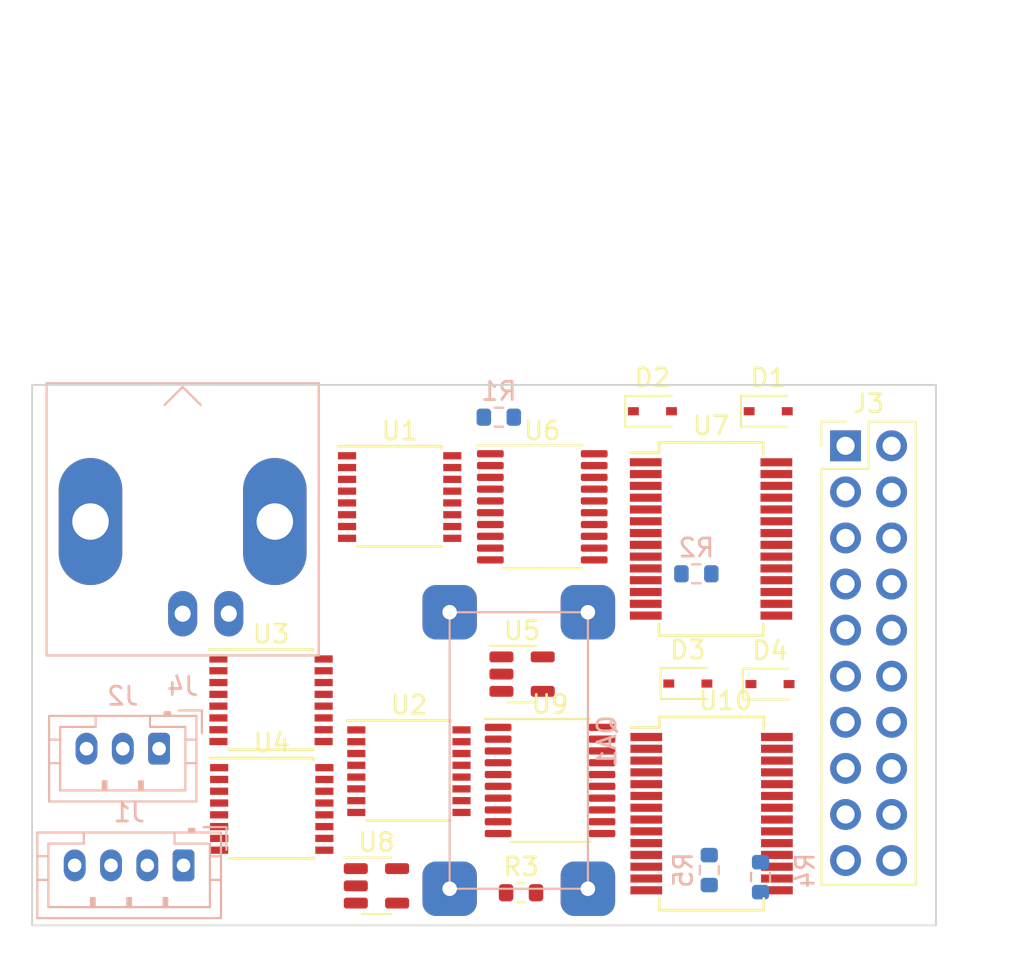
<source format=kicad_pcb>
(kicad_pcb (version 20211014) (generator pcbnew)
  (layers (0 "F.Cu" signal) (31 "B.Cu" signal) (34 "B.Paste" user) (35 "F.Paste" user) (36 "B.SilkS" user "B.Silkscreen") (37 "F.SilkS" user "F.Silkscreen") (38 "B.Mask" user) (39 "F.Mask" user) (44 "Edge.Cuts" user))
  (net 0 "")
  (net 1 "Net-(D1-Pad2)")
  (net 2 "Net-(D3-Pad1)")
  (net 3 "Net-(D1-Pad1)")
  (net 4 "Net-(D2-Pad2)")
  (net 5 "+5V")
  (net 6 "Net-(D3-Pad2)")
  (net 7 "GND")
  (net 8 "Net-(J2-Pad2)")
  (net 9 "Net-(D4-Pad2)")
  (net 10 "Net-(U1-Pad3)")
  (net 15 "Net-(U2-Pad3)")
  (net 20 "Rx")
  (net 21 "Net-(U1-Pad9)")
  (net 22 "Net-(U3-Pad3)")
  (net 27 "Net-(U3-Pad12)")
  (net 28 "Net-(U4-Pad3)")
  (net 33 "Tx")
  (net 34 "Net-(R2-Pad2)")
  (net 35 "Net-(R4-Pad2)")
  (net 36 "Net-(R5-Pad2)")
  (net 37 "Net-(U1-Pad15)")
  (net 38 "Net-(U2-Pad7)")
  (net 41 "Net-(U2-Pad15)")
  (net 42 "Net-(U3-Pad1)")
  (net 43 "Net-(U3-Pad7)")
  (net 44 "Net-(U4-Pad1)")
  (net 45 "Net-(U4-Pad12)")
  (net 46 "Net-(U5-Pad4)")
  (net 47 "GAL1")
  (net 48 "GAU1")
  (net 49 "Net-(U6-Pad8)")
  (net 50 "GBL1")
  (net 51 "GBU1")
  (net 52 "Net-(U1-Pad12)")
  (net 53 "Net-(U6-Pad12)")
  (net 54 "Net-(U6-Pad13)")
  (net 55 "Net-(U6-Pad14)")
  (net 56 "Net-(U6-Pad15)")
  (net 57 "Net-(U6-Pad16)")
  (net 58 "Net-(U6-Pad17)")
  (net 59 "Net-(U6-Pad18)")
  (net 60 "Net-(U6-Pad19)")
  (net 67 "Net-(U8-Pad4)")
  (net 68 "GAL2")
  (net 69 "GAU2")
  (net 70 "GBL2")
  (net 71 "GBU2")
  (net 72 "Net-(U9-Pad8)")
  (net 73 "Net-(U10-Pad8)")
  (net 74 "Net-(U10-Pad7)")
  (net 75 "Net-(U10-Pad6)")
  (net 76 "Net-(U10-Pad5)")
  (net 77 "Net-(U10-Pad4)")
  (net 78 "Net-(U10-Pad3)")
  (net 79 "Net-(U10-Pad2)")
  (net 80 "Net-(U10-Pad1)")
  (net 87 "/Teiler_1Hz/10MHz_Referenz")
  (net 88 "/ESP/SCK")
  (net 89 "/ESP/SDA")
  (net 90 "/Teiler_1Hz/1Hz_Puls")
  (net 105 "Net-(J1-Pad2)")
  (footprint "Connector_PinHeader_2.54mm:PinHeader_2x10_P2.54mm_Vertical" (layer "F.Cu") (at 149.755 82.485)
    (fp_text reference "J3" (at 1.27 -2.33) (layer "F.SilkS"))
    (fp_text value "Conn_02x10_Odd_Even")
    (fp_line (start 1.27 -1.33) (end 3.87 -1.33) (layer "F.SilkS") (width 0.12))
    (fp_line (start -1.33 1.27) (end -1.33 24.19) (layer "F.SilkS") (width 0.12))
    (fp_line (start 3.87 -1.33) (end 3.87 24.19) (layer "F.SilkS") (width 0.12))
    (fp_line (start -1.33 24.19) (end 3.87 24.19) (layer "F.SilkS") (width 0.12))
    (fp_line (start -1.33 0) (end -1.33 -1.33) (layer "F.SilkS") (width 0.12))
    (fp_line (start -1.33 1.27) (end 1.27 1.27) (layer "F.SilkS") (width 0.12))
    (fp_line (start 1.27 1.27) (end 1.27 -1.33) (layer "F.SilkS") (width 0.12))
    (fp_line (start -1.33 -1.33) (end 0 -1.33) (layer "F.SilkS") (width 0.12))
    (pad "1" thru_hole rect (at 0 0) (size 1.7 1.7) (drill 1) (layers *.Cu *.Mask) (net 5 "+5V"))
    (pad "2" thru_hole oval (at 2.54 0) (size 1.7 1.7) (drill 1) (layers *.Cu *.Mask) (net 33 "Tx"))
    (pad "3" thru_hole oval (at 0 2.54) (size 1.7 1.7) (drill 1) (layers *.Cu *.Mask) (net 7 "GND"))
    (pad "4" thru_hole oval (at 2.54 2.54) (size 1.7 1.7) (drill 1) (layers *.Cu *.Mask) (net 20 "Rx"))
    (pad "5" thru_hole oval (at 0 5.08) (size 1.7 1.7) (drill 1) (layers *.Cu *.Mask))
    (pad "6" thru_hole oval (at 2.54 5.08) (size 1.7 1.7) (drill 1) (layers *.Cu *.Mask) (net 88 "/ESP/SCK"))
    (pad "7" thru_hole oval (at 0 7.62) (size 1.7 1.7) (drill 1) (layers *.Cu *.Mask))
    (pad "8" thru_hole oval (at 2.54 7.62) (size 1.7 1.7) (drill 1) (layers *.Cu *.Mask) (net 89 "/ESP/SDA"))
    (pad "9" thru_hole oval (at 0 10.16) (size 1.7 1.7) (drill 1) (layers *.Cu *.Mask))
    (pad "10" thru_hole oval (at 2.54 10.16) (size 1.7 1.7) (drill 1) (layers *.Cu *.Mask))
    (pad "11" thru_hole oval (at 0 12.7) (size 1.7 1.7) (drill 1) (layers *.Cu *.Mask))
    (pad "12" thru_hole oval (at 2.54 12.7) (size 1.7 1.7) (drill 1) (layers *.Cu *.Mask))
    (pad "13" thru_hole oval (at 0 15.24) (size 1.7 1.7) (drill 1) (layers *.Cu *.Mask))
    (pad "14" thru_hole oval (at 2.54 15.24) (size 1.7 1.7) (drill 1) (layers *.Cu *.Mask))
    (pad "15" thru_hole oval (at 0 17.78) (size 1.7 1.7) (drill 1) (layers *.Cu *.Mask))
    (pad "16" thru_hole oval (at 2.54 17.78) (size 1.7 1.7) (drill 1) (layers *.Cu *.Mask))
    (pad "17" thru_hole oval (at 0 20.32) (size 1.7 1.7) (drill 1) (layers *.Cu *.Mask))
    (pad "18" thru_hole oval (at 2.54 20.32) (size 1.7 1.7) (drill 1) (layers *.Cu *.Mask))
    (pad "19" thru_hole oval (at 0 22.86) (size 1.7 1.7) (drill 1) (layers *.Cu *.Mask))
    (pad "20" thru_hole oval (at 2.54 22.86) (size 1.7 1.7) (drill 1) (layers *.Cu *.Mask))
  )
  (footprint "Package_TO_SOT_SMD:SOT-23-5" (layer "F.Cu") (at 131.9275 95.07)
    (fp_text reference "U5" (at 0 -2.4) (layer "F.SilkS"))
    (fp_text value "74AHC1G04")
    (fp_line (start 0 -1.56) (end -1.8 -1.56) (layer "F.SilkS") (width 0.12))
    (fp_line (start 0 1.56) (end 0.8 1.56) (layer "F.SilkS") (width 0.12))
    (fp_line (start 0 -1.56) (end 0.8 -1.56) (layer "F.SilkS") (width 0.12))
    (fp_line (start 0 1.56) (end -0.8 1.56) (layer "F.SilkS") (width 0.12))
    (pad "1" smd roundrect (at -1.1375 -0.95) (size 1.325 0.6) (layers "F.Cu" "F.Paste" "F.Mask"))
    (pad "2" smd roundrect (at -1.1375 0) (size 1.325 0.6) (layers "F.Cu" "F.Paste" "F.Mask") (net 90 "/Teiler_1Hz/1Hz_Puls"))
    (pad "3" smd roundrect (at -1.1375 0.95) (size 1.325 0.6) (layers "F.Cu" "F.Paste" "F.Mask") (net 7 "GND"))
    (pad "4" smd roundrect (at 1.1375 0.95) (size 1.325 0.6) (layers "F.Cu" "F.Paste" "F.Mask") (net 46 "Net-(U5-Pad4)"))
    (pad "5" smd roundrect (at 1.1375 -0.95) (size 1.325 0.6) (layers "F.Cu" "F.Paste" "F.Mask") (net 5 "+5V"))
  )
  (footprint "Resistor_SMD:R_0603_1608Metric" (layer "F.Cu") (at 131.87 107.12)
    (fp_text reference "R3" (at 0 -1.43) (layer "F.SilkS"))
    (fp_text value "10k")
    (fp_line (start -0.237258 -0.5225) (end 0.237258 -0.5225) (layer "F.SilkS") (width 0.12))
    (fp_line (start -0.237258 0.5225) (end 0.237258 0.5225) (layer "F.SilkS") (width 0.12))
    (pad "1" smd roundrect (at -0.825 0) (size 0.8 0.95) (layers "F.Cu" "F.Paste" "F.Mask") (net 2 "Net-(D3-Pad1)"))
    (pad "2" smd roundrect (at 0.825 0) (size 0.8 0.95) (layers "F.Cu" "F.Paste" "F.Mask") (net 7 "GND"))
  )
  (footprint "Diode_SMD:D_SOD-323" (layer "F.Cu") (at 141.0625 95.59)
    (fp_text reference "D3" (at 0 -1.85) (layer "F.SilkS"))
    (fp_text value "1N4448")
    (fp_line (start -1.5 -0.85) (end 1.05 -0.85) (layer "F.SilkS") (width 0.12))
    (fp_line (start -1.5 0.85) (end 1.05 0.85) (layer "F.SilkS") (width 0.12))
    (fp_line (start -1.5 -0.85) (end -1.5 0.85) (layer "F.SilkS") (width 0.12))
    (pad "1" smd rect (at -1.05 0) (size 0.6 0.45) (layers "F.Cu" "F.Paste" "F.Mask") (net 2 "Net-(D3-Pad1)"))
    (pad "2" smd rect (at 1.05 0) (size 0.6 0.45) (layers "F.Cu" "F.Paste" "F.Mask") (net 6 "Net-(D3-Pad2)"))
  )
  (footprint "Package_SO:SSOP-16_4.4x5.2mm_P0.65mm" (layer "F.Cu") (at 125.18 85.31)
    (fp_text reference "U1" (at 0 -3.65) (layer "F.SilkS"))
    (fp_text value "74LS390")
    (fp_line (start 2.325 2.725) (end 2.325 2.7) (layer "F.SilkS") (width 0.15))
    (fp_line (start -2.325 2.725) (end -2.325 2.7) (layer "F.SilkS") (width 0.15))
    (fp_line (start -3.4 -2.8) (end 2.3 -2.8) (layer "F.SilkS") (width 0.15))
    (fp_line (start 2.3 -2.8) (end 2.3 -2.7) (layer "F.SilkS") (width 0.15))
    (fp_line (start -2.325 2.725) (end 2.325 2.725) (layer "F.SilkS") (width 0.15))
    (pad "1" smd rect (at -2.9 -2.275) (size 1 0.4) (layers "F.Cu" "F.Paste" "F.Mask") (net 87 "/Teiler_1Hz/10MHz_Referenz"))
    (pad "2" smd rect (at -2.9 -1.625) (size 1 0.4) (layers "F.Cu" "F.Paste" "F.Mask") (net 7 "GND"))
    (pad "3" smd rect (at -2.9 -0.975) (size 1 0.4) (layers "F.Cu" "F.Paste" "F.Mask") (net 10 "Net-(U1-Pad3)"))
    (pad "4" smd rect (at -2.9 -0.325) (size 1 0.4) (layers "F.Cu" "F.Paste" "F.Mask") (net 10 "Net-(U1-Pad3)"))
    (pad "5" smd rect (at -2.9 0.325) (size 1 0.4) (layers "F.Cu" "F.Paste" "F.Mask"))
    (pad "6" smd rect (at -2.9 0.975) (size 1 0.4) (layers "F.Cu" "F.Paste" "F.Mask"))
    (pad "7" smd rect (at -2.9 1.625) (size 1 0.4) (layers "F.Cu" "F.Paste" "F.Mask") (net 37 "Net-(U1-Pad15)"))
    (pad "8" smd rect (at -2.9 2.275) (size 1 0.4) (layers "F.Cu" "F.Paste" "F.Mask") (net 7 "GND"))
    (pad "9" smd rect (at 2.9 2.275) (size 1 0.4) (layers "F.Cu" "F.Paste" "F.Mask") (net 21 "Net-(U1-Pad9)"))
    (pad "10" smd rect (at 2.9 1.625) (size 1 0.4) (layers "F.Cu" "F.Paste" "F.Mask"))
    (pad "11" smd rect (at 2.9 0.975) (size 1 0.4) (layers "F.Cu" "F.Paste" "F.Mask"))
    (pad "12" smd rect (at 2.9 0.325) (size 1 0.4) (layers "F.Cu" "F.Paste" "F.Mask") (net 52 "Net-(U1-Pad12)"))
    (pad "13" smd rect (at 2.9 -0.325) (size 1 0.4) (layers "F.Cu" "F.Paste" "F.Mask") (net 52 "Net-(U1-Pad12)"))
    (pad "14" smd rect (at 2.9 -0.975) (size 1 0.4) (layers "F.Cu" "F.Paste" "F.Mask") (net 7 "GND"))
    (pad "15" smd rect (at 2.9 -1.625) (size 1 0.4) (layers "F.Cu" "F.Paste" "F.Mask") (net 37 "Net-(U1-Pad15)"))
    (pad "16" smd rect (at 2.9 -2.275) (size 1 0.4) (layers "F.Cu" "F.Paste" "F.Mask") (net 5 "+5V"))
  )
  (footprint "Package_SO:TSSOP-20_4.4x6.5mm_P0.65mm" (layer "F.Cu") (at 133.47 100.93)
    (fp_text reference "U9" (at 0 -4.2) (layer "F.SilkS"))
    (fp_text value "74LV8154")
    (fp_line (start 0 3.385) (end -2.2 3.385) (layer "F.SilkS") (width 0.12))
    (fp_line (start 0 -3.385) (end 2.2 -3.385) (layer "F.SilkS") (width 0.12))
    (fp_line (start 0 3.385) (end 2.2 3.385) (layer "F.SilkS") (width 0.12))
    (fp_line (start 0 -3.385) (end -3.6 -3.385) (layer "F.SilkS") (width 0.12))
    (pad "1" smd roundrect (at -2.8625 -2.925) (size 1.475 0.4) (layers "F.Cu" "F.Paste" "F.Mask") (net 87 "/Teiler_1Hz/10MHz_Referenz"))
    (pad "2" smd roundrect (at -2.8625 -2.275) (size 1.475 0.4) (layers "F.Cu" "F.Paste" "F.Mask") (net 87 "/Teiler_1Hz/10MHz_Referenz"))
    (pad "3" smd roundrect (at -2.8625 -1.625) (size 1.475 0.4) (layers "F.Cu" "F.Paste" "F.Mask") (net 68 "GAL2"))
    (pad "4" smd roundrect (at -2.8625 -0.975) (size 1.475 0.4) (layers "F.Cu" "F.Paste" "F.Mask") (net 69 "GAU2"))
    (pad "5" smd roundrect (at -2.8625 -0.325) (size 1.475 0.4) (layers "F.Cu" "F.Paste" "F.Mask") (net 70 "GBL2"))
    (pad "6" smd roundrect (at -2.8625 0.325) (size 1.475 0.4) (layers "F.Cu" "F.Paste" "F.Mask") (net 71 "GBU2"))
    (pad "7" smd roundrect (at -2.8625 0.975) (size 1.475 0.4) (layers "F.Cu" "F.Paste" "F.Mask") (net 67 "Net-(U8-Pad4)"))
    (pad "8" smd roundrect (at -2.8625 1.625) (size 1.475 0.4) (layers "F.Cu" "F.Paste" "F.Mask") (net 72 "Net-(U9-Pad8)"))
    (pad "9" smd roundrect (at -2.8625 2.275) (size 1.475 0.4) (layers "F.Cu" "F.Paste" "F.Mask") (net 72 "Net-(U9-Pad8)"))
    (pad "10" smd roundrect (at -2.8625 2.925) (size 1.475 0.4) (layers "F.Cu" "F.Paste" "F.Mask") (net 7 "GND"))
    (pad "11" smd roundrect (at 2.8625 2.925) (size 1.475 0.4) (layers "F.Cu" "F.Paste" "F.Mask") (net 2 "Net-(D3-Pad1)"))
    (pad "12" smd roundrect (at 2.8625 2.275) (size 1.475 0.4) (layers "F.Cu" "F.Paste" "F.Mask") (net 73 "Net-(U10-Pad8)"))
    (pad "13" smd roundrect (at 2.8625 1.625) (size 1.475 0.4) (layers "F.Cu" "F.Paste" "F.Mask") (net 74 "Net-(U10-Pad7)"))
    (pad "14" smd roundrect (at 2.8625 0.975) (size 1.475 0.4) (layers "F.Cu" "F.Paste" "F.Mask") (net 75 "Net-(U10-Pad6)"))
    (pad "15" smd roundrect (at 2.8625 0.325) (size 1.475 0.4) (layers "F.Cu" "F.Paste" "F.Mask") (net 76 "Net-(U10-Pad5)"))
    (pad "16" smd roundrect (at 2.8625 -0.325) (size 1.475 0.4) (layers "F.Cu" "F.Paste" "F.Mask") (net 77 "Net-(U10-Pad4)"))
    (pad "17" smd roundrect (at 2.8625 -0.975) (size 1.475 0.4) (layers "F.Cu" "F.Paste" "F.Mask") (net 78 "Net-(U10-Pad3)"))
    (pad "18" smd roundrect (at 2.8625 -1.625) (size 1.475 0.4) (layers "F.Cu" "F.Paste" "F.Mask") (net 79 "Net-(U10-Pad2)"))
    (pad "19" smd roundrect (at 2.8625 -2.275) (size 1.475 0.4) (layers "F.Cu" "F.Paste" "F.Mask") (net 80 "Net-(U10-Pad1)"))
    (pad "20" smd roundrect (at 2.8625 -2.925) (size 1.475 0.4) (layers "F.Cu" "F.Paste" "F.Mask") (net 5 "+5V"))
  )
  (footprint "Package_SO:SSOP-28_5.3x10.2mm_P0.65mm" (layer "F.Cu") (at 142.3725 102.76)
    (fp_text reference "U10" (at 0.76 -6.22) (layer "F.SilkS"))
    (fp_text value "MCP23017_SS")
    (fp_line (start -2.875 -5.325) (end 2.875 -5.325) (layer "F.SilkS") (width 0.15))
    (fp_line (start -2.875 5.325) (end -2.875 4.675) (layer "F.SilkS") (width 0.15))
    (fp_line (start -2.875 -4.75) (end -4.475 -4.75) (layer "F.SilkS") (width 0.15))
    (fp_line (start -2.875 -5.325) (end -2.875 -4.75) (layer "F.SilkS") (width 0.15))
    (fp_line (start 2.875 -5.325) (end 2.875 -4.675) (layer "F.SilkS") (width 0.15))
    (fp_line (start 2.875 5.325) (end 2.875 4.675) (layer "F.SilkS") (width 0.15))
    (fp_line (start -2.875 5.325) (end 2.875 5.325) (layer "F.SilkS") (width 0.15))
    (pad "1" smd rect (at -3.6 -4.225) (size 1.75 0.45) (layers "F.Cu" "F.Paste" "F.Mask") (net 80 "Net-(U10-Pad1)"))
    (pad "2" smd rect (at -3.6 -3.575) (size 1.75 0.45) (layers "F.Cu" "F.Paste" "F.Mask") (net 79 "Net-(U10-Pad2)"))
    (pad "3" smd rect (at -3.6 -2.925) (size 1.75 0.45) (layers "F.Cu" "F.Paste" "F.Mask") (net 78 "Net-(U10-Pad3)"))
    (pad "4" smd rect (at -3.6 -2.275) (size 1.75 0.45) (layers "F.Cu" "F.Paste" "F.Mask") (net 77 "Net-(U10-Pad4)"))
    (pad "5" smd rect (at -3.6 -1.625) (size 1.75 0.45) (layers "F.Cu" "F.Paste" "F.Mask") (net 76 "Net-(U10-Pad5)"))
    (pad "6" smd rect (at -3.6 -0.975) (size 1.75 0.45) (layers "F.Cu" "F.Paste" "F.Mask") (net 75 "Net-(U10-Pad6)"))
    (pad "7" smd rect (at -3.6 -0.325) (size 1.75 0.45) (layers "F.Cu" "F.Paste" "F.Mask") (net 74 "Net-(U10-Pad7)"))
    (pad "8" smd rect (at -3.6 0.325) (size 1.75 0.45) (layers "F.Cu" "F.Paste" "F.Mask") (net 73 "Net-(U10-Pad8)"))
    (pad "9" smd rect (at -3.6 0.975) (size 1.75 0.45) (layers "F.Cu" "F.Paste" "F.Mask") (net 5 "+5V"))
    (pad "10" smd rect (at -3.6 1.625) (size 1.75 0.45) (layers "F.Cu" "F.Paste" "F.Mask") (net 7 "GND"))
    (pad "11" smd rect (at -3.6 2.275) (size 1.75 0.45) (layers "F.Cu" "F.Paste" "F.Mask"))
    (pad "12" smd rect (at -3.6 2.925) (size 1.75 0.45) (layers "F.Cu" "F.Paste" "F.Mask") (net 88 "/ESP/SCK"))
    (pad "13" smd rect (at -3.6 3.575) (size 1.75 0.45) (layers "F.Cu" "F.Paste" "F.Mask") (net 89 "/ESP/SDA"))
    (pad "14" smd rect (at -3.6 4.225) (size 1.75 0.45) (layers "F.Cu" "F.Paste" "F.Mask"))
    (pad "15" smd rect (at 3.6 4.225) (size 1.75 0.45) (layers "F.Cu" "F.Paste" "F.Mask") (net 36 "Net-(R5-Pad2)"))
    (pad "16" smd rect (at 3.6 3.575) (size 1.75 0.45) (layers "F.Cu" "F.Paste" "F.Mask") (net 36 "Net-(R5-Pad2)"))
    (pad "17" smd rect (at 3.6 2.925) (size 1.75 0.45) (layers "F.Cu" "F.Paste" "F.Mask") (net 35 "Net-(R4-Pad2)"))
    (pad "18" smd rect (at 3.6 2.275) (size 1.75 0.45) (layers "F.Cu" "F.Paste" "F.Mask") (net 5 "+5V"))
    (pad "19" smd rect (at 3.6 1.625) (size 1.75 0.45) (layers "F.Cu" "F.Paste" "F.Mask"))
    (pad "20" smd rect (at 3.6 0.975) (size 1.75 0.45) (layers "F.Cu" "F.Paste" "F.Mask"))
    (pad "21" smd rect (at 3.6 0.325) (size 1.75 0.45) (layers "F.Cu" "F.Paste" "F.Mask") (net 68 "GAL2"))
    (pad "22" smd rect (at 3.6 -0.325) (size 1.75 0.45) (layers "F.Cu" "F.Paste" "F.Mask") (net 69 "GAU2"))
    (pad "23" smd rect (at 3.6 -0.975) (size 1.75 0.45) (layers "F.Cu" "F.Paste" "F.Mask") (net 70 "GBL2"))
    (pad "24" smd rect (at 3.6 -1.625) (size 1.75 0.45) (layers "F.Cu" "F.Paste" "F.Mask") (net 71 "GBU2"))
    (pad "25" smd rect (at 3.6 -2.275) (size 1.75 0.45) (layers "F.Cu" "F.Paste" "F.Mask"))
    (pad "26" smd rect (at 3.6 -2.925) (size 1.75 0.45) (layers "F.Cu" "F.Paste" "F.Mask"))
    (pad "27" smd rect (at 3.6 -3.575) (size 1.75 0.45) (layers "F.Cu" "F.Paste" "F.Mask") (net 9 "Net-(D4-Pad2)"))
    (pad "28" smd rect (at 3.6 -4.225) (size 1.75 0.45) (layers "F.Cu" "F.Paste" "F.Mask") (net 6 "Net-(D3-Pad2)"))
  )
  (footprint "Package_SO:SSOP-28_5.3x10.2mm_P0.65mm" (layer "F.Cu") (at 142.3425 87.62)
    (fp_text reference "U7" (at 0 -6.25) (layer "F.SilkS"))
    (fp_text value "MCP23017_SS")
    (fp_line (start -2.875 -5.325) (end 2.875 -5.325) (layer "F.SilkS") (width 0.15))
    (fp_line (start -2.875 -4.75) (end -4.475 -4.75) (layer "F.SilkS") (width 0.15))
    (fp_line (start -2.875 5.325) (end -2.875 4.675) (layer "F.SilkS") (width 0.15))
    (fp_line (start 2.875 5.325) (end 2.875 4.675) (layer "F.SilkS") (width 0.15))
    (fp_line (start -2.875 5.325) (end 2.875 5.325) (layer "F.SilkS") (width 0.15))
    (fp_line (start 2.875 -5.325) (end 2.875 -4.675) (layer "F.SilkS") (width 0.15))
    (fp_line (start -2.875 -5.325) (end -2.875 -4.75) (layer "F.SilkS") (width 0.15))
    (pad "1" smd rect (at -3.6 -4.225) (size 1.75 0.45) (layers "F.Cu" "F.Paste" "F.Mask") (net 60 "Net-(U6-Pad19)"))
    (pad "2" smd rect (at -3.6 -3.575) (size 1.75 0.45) (layers "F.Cu" "F.Paste" "F.Mask") (net 59 "Net-(U6-Pad18)"))
    (pad "3" smd rect (at -3.6 -2.925) (size 1.75 0.45) (layers "F.Cu" "F.Paste" "F.Mask") (net 58 "Net-(U6-Pad17)"))
    (pad "4" smd rect (at -3.6 -2.275) (size 1.75 0.45) (layers "F.Cu" "F.Paste" "F.Mask") (net 57 "Net-(U6-Pad16)"))
    (pad "5" smd rect (at -3.6 -1.625) (size 1.75 0.45) (layers "F.Cu" "F.Paste" "F.Mask") (net 56 "Net-(U6-Pad15)"))
    (pad "6" smd rect (at -3.6 -0.975) (size 1.75 0.45) (layers "F.Cu" "F.Paste" "F.Mask") (net 55 "Net-(U6-Pad14)"))
    (pad "7" smd rect (at -3.6 -0.325) (size 1.75 0.45) (layers "F.Cu" "F.Paste" "F.Mask") (net 54 "Net-(U6-Pad13)"))
    (pad "8" smd rect (at -3.6 0.325) (size 1.75 0.45) (layers "F.Cu" "F.Paste" "F.Mask") (net 53 "Net-(U6-Pad12)"))
    (pad "9" smd rect (at -3.6 0.975) (size 1.75 0.45) (layers "F.Cu" "F.Paste" "F.Mask") (net 5 "+5V"))
    (pad "10" smd rect (at -3.6 1.625) (size 1.75 0.45) (layers "F.Cu" "F.Paste" "F.Mask") (net 7 "GND"))
    (pad "11" smd rect (at -3.6 2.275) (size 1.75 0.45) (layers "F.Cu" "F.Paste" "F.Mask"))
    (pad "12" smd rect (at -3.6 2.925) (size 1.75 0.45) (layers "F.Cu" "F.Paste" "F.Mask") (net 88 "/ESP/SCK"))
    (pad "13" smd rect (at -3.6 3.575) (size 1.75 0.45) (layers "F.Cu" "F.Paste" "F.Mask") (net 89 "/ESP/SDA"))
    (pad "14" smd rect (at -3.6 4.225) (size 1.75 0.45) (layers "F.Cu" "F.Paste" "F.Mask"))
    (pad "15" smd rect (at 3.6 4.225) (size 1.75 0.45) (layers "F.Cu" "F.Paste" "F.Mask") (net 34 "Net-(R2-Pad2)"))
    (pad "16" smd rect (at 3.6 3.575) (size 1.75 0.45) (layers "F.Cu" "F.Paste" "F.Mask") (net 34 "Net-(R2-Pad2)"))
    (pad "17" smd rect (at 3.6 2.925) (size 1.75 0.45) (layers "F.Cu" "F.Paste" "F.Mask") (net 34 "Net-(R2-Pad2)"))
    (pad "18" smd rect (at 3.6 2.275) (size 1.75 0.45) (layers "F.Cu" "F.Paste" "F.Mask") (net 5 "+5V"))
    (pad "19" smd rect (at 3.6 1.625) (size 1.75 0.45) (layers "F.Cu" "F.Paste" "F.Mask"))
    (pad "20" smd rect (at 3.6 0.975) (size 1.75 0.45) (layers "F.Cu" "F.Paste" "F.Mask"))
    (pad "21" smd rect (at 3.6 0.325) (size 1.75 0.45) (layers "F.Cu" "F.Paste" "F.Mask") (net 47 "GAL1"))
    (pad "22" smd rect (at 3.6 -0.325) (size 1.75 0.45) (layers "F.Cu" "F.Paste" "F.Mask") (net 48 "GAU1"))
    (pad "23" smd rect (at 3.6 -0.975) (size 1.75 0.45) (layers "F.Cu" "F.Paste" "F.Mask") (net 50 "GBL1"))
    (pad "24" smd rect (at 3.6 -1.625) (size 1.75 0.45) (layers "F.Cu" "F.Paste" "F.Mask") (net 51 "GBU1"))
    (pad "25" smd rect (at 3.6 -2.275) (size 1.75 0.45) (layers "F.Cu" "F.Paste" "F.Mask"))
    (pad "26" smd rect (at 3.6 -2.925) (size 1.75 0.45) (layers "F.Cu" "F.Paste" "F.Mask"))
    (pad "27" smd rect (at 3.6 -3.575) (size 1.75 0.45) (layers "F.Cu" "F.Paste" "F.Mask") (net 4 "Net-(D2-Pad2)"))
    (pad "28" smd rect (at 3.6 -4.225) (size 1.75 0.45) (layers "F.Cu" "F.Paste" "F.Mask") (net 1 "Net-(D1-Pad2)"))
  )
  (footprint "Package_SO:SSOP-16_4.4x5.2mm_P0.65mm" (layer "F.Cu") (at 118.09 96.51)
    (fp_text reference "U3" (at 0 -3.65) (layer "F.SilkS"))
    (fp_text value "74LS390")
    (fp_line (start -2.325 2.725) (end 2.325 2.725) (layer "F.SilkS") (width 0.15))
    (fp_line (start 2.3 -2.8) (end 2.3 -2.7) (layer "F.SilkS") (width 0.15))
    (fp_line (start 2.325 2.725) (end 2.325 2.7) (layer "F.SilkS") (width 0.15))
    (fp_line (start -3.4 -2.8) (end 2.3 -2.8) (layer "F.SilkS") (width 0.15))
    (fp_line (start -2.325 2.725) (end -2.325 2.7) (layer "F.SilkS") (width 0.15))
    (pad "1" smd rect (at -2.9 -2.275) (size 1 0.4) (layers "F.Cu" "F.Paste" "F.Mask") (net 42 "Net-(U3-Pad1)"))
    (pad "2" smd rect (at -2.9 -1.625) (size 1 0.4) (layers "F.Cu" "F.Paste" "F.Mask") (net 7 "GND"))
    (pad "3" smd rect (at -2.9 -0.975) (size 1 0.4) (layers "F.Cu" "F.Paste" "F.Mask") (net 22 "Net-(U3-Pad3)"))
    (pad "4" smd rect (at -2.9 -0.325) (size 1 0.4) (layers "F.Cu" "F.Paste" "F.Mask") (net 22 "Net-(U3-Pad3)"))
    (pad "5" smd rect (at -2.9 0.325) (size 1 0.4) (layers "F.Cu" "F.Paste" "F.Mask"))
    (pad "6" smd rect (at -2.9 0.975) (size 1 0.4) (layers "F.Cu" "F.Paste" "F.Mask"))
    (pad "7" smd rect (at -2.9 1.625) (size 1 0.4) (layers "F.Cu" "F.Paste" "F.Mask") (net 43 "Net-(U3-Pad7)"))
    (pad "8" smd rect (at -2.9 2.275) (size 1 0.4) (layers "F.Cu" "F.Paste" "F.Mask") (net 7 "GND"))
    (pad "9" smd rect (at 2.9 2.275) (size 1 0.4) (layers "F.Cu" "F.Paste" "F.Mask") (net 42 "Net-(U3-Pad1)"))
    (pad "10" smd rect (at 2.9 1.625) (size 1 0.4) (layers "F.Cu" "F.Paste" "F.Mask"))
    (pad "11" smd rect (at 2.9 0.975) (size 1 0.4) (layers "F.Cu" "F.Paste" "F.Mask"))
    (pad "12" smd rect (at 2.9 0.325) (size 1 0.4) (layers "F.Cu" "F.Paste" "F.Mask") (net 27 "Net-(U3-Pad12)"))
    (pad "13" smd rect (at 2.9 -0.325) (size 1 0.4) (layers "F.Cu" "F.Paste" "F.Mask") (net 27 "Net-(U3-Pad12)"))
    (pad "14" smd rect (at 2.9 -0.975) (size 1 0.4) (layers "F.Cu" "F.Paste" "F.Mask") (net 7 "GND"))
    (pad "15" smd rect (at 2.9 -1.625) (size 1 0.4) (layers "F.Cu" "F.Paste" "F.Mask") (net 38 "Net-(U2-Pad7)"))
    (pad "16" smd rect (at 2.9 -2.275) (size 1 0.4) (layers "F.Cu" "F.Paste" "F.Mask") (net 5 "+5V"))
  )
  (footprint "Package_SO:SSOP-16_4.4x5.2mm_P0.65mm" (layer "F.Cu") (at 118.13 102.5)
    (fp_text reference "U4" (at 0 -3.65) (layer "F.SilkS"))
    (fp_text value "74LS390")
    (fp_line (start -2.325 2.725) (end 2.325 2.725) (layer "F.SilkS") (width 0.15))
    (fp_line (start 2.3 -2.8) (end 2.3 -2.7) (layer "F.SilkS") (width 0.15))
    (fp_line (start 2.325 2.725) (end 2.325 2.7) (layer "F.SilkS") (width 0.15))
    (fp_line (start -2.325 2.725) (end -2.325 2.7) (layer "F.SilkS") (width 0.15))
    (fp_line (start -3.4 -2.8) (end 2.3 -2.8) (layer "F.SilkS") (width 0.15))
    (pad "1" smd rect (at -2.9 -2.275) (size 1 0.4) (layers "F.Cu" "F.Paste" "F.Mask") (net 44 "Net-(U4-Pad1)"))
    (pad "2" smd rect (at -2.9 -1.625) (size 1 0.4) (layers "F.Cu" "F.Paste" "F.Mask") (net 7 "GND"))
    (pad "3" smd rect (at -2.9 -0.975) (size 1 0.4) (layers "F.Cu" "F.Paste" "F.Mask") (net 28 "Net-(U4-Pad3)"))
    (pad "4" smd rect (at -2.9 -0.325) (size 1 0.4) (layers "F.Cu" "F.Paste" "F.Mask") (net 28 "Net-(U4-Pad3)"))
    (pad "5" smd rect (at -2.9 0.325) (size 1 0.4) (layers "F.Cu" "F.Paste" "F.Mask"))
    (pad "6" smd rect (at -2.9 0.975) (size 1 0.4) (layers "F.Cu" "F.Paste" "F.Mask"))
    (pad "7" smd rect (at -2.9 1.625) (size 1 0.4) (layers "F.Cu" "F.Paste" "F.Mask") (net 41 "Net-(U2-Pad15)"))
    (pad "8" smd rect (at -2.9 2.275) (size 1 0.4) (layers "F.Cu" "F.Paste" "F.Mask") (net 7 "GND"))
    (pad "9" smd rect (at 2.9 2.275) (size 1 0.4) (layers "F.Cu" "F.Paste" "F.Mask") (net 44 "Net-(U4-Pad1)"))
    (pad "10" smd rect (at 2.9 1.625) (size 1 0.4) (layers "F.Cu" "F.Paste" "F.Mask"))
    (pad "11" smd rect (at 2.9 0.975) (size 1 0.4) (layers "F.Cu" "F.Paste" "F.Mask"))
    (pad "12" smd rect (at 2.9 0.325) (size 1 0.4) (layers "F.Cu" "F.Paste" "F.Mask") (net 45 "Net-(U4-Pad12)"))
    (pad "13" smd rect (at 2.9 -0.325) (size 1 0.4) (layers "F.Cu" "F.Paste" "F.Mask") (net 45 "Net-(U4-Pad12)"))
    (pad "14" smd rect (at 2.9 -0.975) (size 1 0.4) (layers "F.Cu" "F.Paste" "F.Mask") (net 7 "GND"))
    (pad "15" smd rect (at 2.9 -1.625) (size 1 0.4) (layers "F.Cu" "F.Paste" "F.Mask") (net 43 "Net-(U3-Pad7)"))
    (pad "16" smd rect (at 2.9 -2.275) (size 1 0.4) (layers "F.Cu" "F.Paste" "F.Mask") (net 5 "+5V"))
  )
  (footprint "Diode_SMD:D_SOD-323" (layer "F.Cu") (at 139.1125 80.58)
    (fp_text reference "D2" (at 0 -1.85) (layer "F.SilkS"))
    (fp_text value "1N4448")
    (fp_line (start -1.5 -0.85) (end -1.5 0.85) (layer "F.SilkS") (width 0.12))
    (fp_line (start -1.5 0.85) (end 1.05 0.85) (layer "F.SilkS") (width 0.12))
    (fp_line (start -1.5 -0.85) (end 1.05 -0.85) (layer "F.SilkS") (width 0.12))
    (pad "1" smd rect (at -1.05 0) (size 0.6 0.45) (layers "F.Cu" "F.Paste" "F.Mask") (net 3 "Net-(D1-Pad1)"))
    (pad "2" smd rect (at 1.05 0) (size 0.6 0.45) (layers "F.Cu" "F.Paste" "F.Mask") (net 4 "Net-(D2-Pad2)"))
  )
  (footprint "Package_SO:TSSOP-20_4.4x6.5mm_P0.65mm" (layer "F.Cu") (at 133.04 85.85)
    (fp_text reference "U6" (at 0 -4.2) (layer "F.SilkS"))
    (fp_text value "74LV8154")
    (fp_line (start 0 -3.385) (end 2.2 -3.385) (layer "F.SilkS") (width 0.12))
    (fp_line (start 0 3.385) (end 2.2 3.385) (layer "F.SilkS") (width 0.12))
    (fp_line (start 0 -3.385) (end -3.6 -3.385) (layer "F.SilkS") (width 0.12))
    (fp_line (start 0 3.385) (end -2.2 3.385) (layer "F.SilkS") (width 0.12))
    (pad "1" smd roundrect (at -2.8625 -2.925) (size 1.475 0.4) (layers "F.Cu" "F.Paste" "F.Mask") (net 8 "Net-(J2-Pad2)"))
    (pad "2" smd roundrect (at -2.8625 -2.275) (size 1.475 0.4) (layers "F.Cu" "F.Paste" "F.Mask") (net 8 "Net-(J2-Pad2)"))
    (pad "3" smd roundrect (at -2.8625 -1.625) (size 1.475 0.4) (layers "F.Cu" "F.Paste" "F.Mask") (net 47 "GAL1"))
    (pad "4" smd roundrect (at -2.8625 -0.975) (size 1.475 0.4) (layers "F.Cu" "F.Paste" "F.Mask") (net 48 "GAU1"))
    (pad "5" smd roundrect (at -2.8625 -0.325) (size 1.475 0.4) (layers "F.Cu" "F.Paste" "F.Mask") (net 50 "GBL1"))
    (pad "6" smd roundrect (at -2.8625 0.325) (size 1.475 0.4) (layers "F.Cu" "F.Paste" "F.Mask") (net 51 "GBU1"))
    (pad "7" smd roundrect (at -2.8625 0.975) (size 1.475 0.4) (layers "F.Cu" "F.Paste" "F.Mask") (net 46 "Net-(U5-Pad4)"))
    (pad "8" smd roundrect (at -2.8625 1.625) (size 1.475 0.4) (layers "F.Cu" "F.Paste" "F.Mask") (net 49 "Net-(U6-Pad8)"))
    (pad "9" smd roundrect (at -2.8625 2.275) (size 1.475 0.4) (layers "F.Cu" "F.Paste" "F.Mask") (net 49 "Net-(U6-Pad8)"))
    (pad "10" smd roundrect (at -2.8625 2.925) (size 1.475 0.4) (layers "F.Cu" "F.Paste" "F.Mask") (net 7 "GND"))
    (pad "11" smd roundrect (at 2.8625 2.925) (size 1.475 0.4) (layers "F.Cu" "F.Paste" "F.Mask") (net 3 "Net-(D1-Pad1)"))
    (pad "12" smd roundrect (at 2.8625 2.275) (size 1.475 0.4) (layers "F.Cu" "F.Paste" "F.Mask") (net 53 "Net-(U6-Pad12)"))
    (pad "13" smd roundrect (at 2.8625 1.625) (size 1.475 0.4) (layers "F.Cu" "F.Paste" "F.Mask") (net 54 "Net-(U6-Pad13)"))
    (pad "14" smd roundrect (at 2.8625 0.975) (size 1.475 0.4) (layers "F.Cu" "F.Paste" "F.Mask") (net 55 "Net-(U6-Pad14)"))
    (pad "15" smd roundrect (at 2.8625 0.325) (size 1.475 0.4) (layers "F.Cu" "F.Paste" "F.Mask") (net 56 "Net-(U6-Pad15)"))
    (pad "16" smd roundrect (at 2.8625 -0.325) (size 1.475 0.4) (layers "F.Cu" "F.Paste" "F.Mask") (net 57 "Net-(U6-Pad16)"))
    (pad "17" smd roundrect (at 2.8625 -0.975) (size 1.475 0.4) (layers "F.Cu" "F.Paste" "F.Mask") (net 58 "Net-(U6-Pad17)"))
    (pad "18" smd roundrect (at 2.8625 -1.625) (size 1.475 0.4) (layers "F.Cu" "F.Paste" "F.Mask") (net 59 "Net-(U6-Pad18)"))
    (pad "19" smd roundrect (at 2.8625 -2.275) (size 1.475 0.4) (layers "F.Cu" "F.Paste" "F.Mask") (net 60 "Net-(U6-Pad19)"))
    (pad "20" smd roundrect (at 2.8625 -2.925) (size 1.475 0.4) (layers "F.Cu" "F.Paste" "F.Mask") (net 5 "+5V"))
  )
  (footprint "Diode_SMD:D_SOD-323" (layer "F.Cu") (at 145.4925 80.58)
    (fp_text reference "D1" (at 0 -1.85) (layer "F.SilkS"))
    (fp_text value "1N4448")
    (fp_line (start -1.5 0.85) (end 1.05 0.85) (layer "F.SilkS") (width 0.12))
    (fp_line (start -1.5 -0.85) (end -1.5 0.85) (layer "F.SilkS") (width 0.12))
    (fp_line (start -1.5 -0.85) (end 1.05 -0.85) (layer "F.SilkS") (width 0.12))
    (pad "1" smd rect (at -1.05 0) (size 0.6 0.45) (layers "F.Cu" "F.Paste" "F.Mask") (net 3 "Net-(D1-Pad1)"))
    (pad "2" smd rect (at 1.05 0) (size 0.6 0.45) (layers "F.Cu" "F.Paste" "F.Mask") (net 1 "Net-(D1-Pad2)"))
  )
  (footprint "Package_TO_SOT_SMD:SOT-23-5" (layer "F.Cu") (at 123.9 106.74)
    (fp_text reference "U8" (at 0 -2.4) (layer "F.SilkS"))
    (fp_text value "74AHC1G04")
    (fp_line (start 0 -1.56) (end -1.8 -1.56) (layer "F.SilkS") (width 0.12))
    (fp_line (start 0 1.56) (end 0.8 1.56) (layer "F.SilkS") (width 0.12))
    (fp_line (start 0 -1.56) (end 0.8 -1.56) (layer "F.SilkS") (width 0.12))
    (fp_line (start 0 1.56) (end -0.8 1.56) (layer "F.SilkS") (width 0.12))
    (pad "1" smd roundrect (at -1.1375 -0.95) (size 1.325 0.6) (layers "F.Cu" "F.Paste" "F.Mask"))
    (pad "2" smd roundrect (at -1.1375 0) (size 1.325 0.6) (layers "F.Cu" "F.Paste" "F.Mask") (net 90 "/Teiler_1Hz/1Hz_Puls"))
    (pad "3" smd roundrect (at -1.1375 0.95) (size 1.325 0.6) (layers "F.Cu" "F.Paste" "F.Mask") (net 7 "GND"))
    (pad "4" smd roundrect (at 1.1375 0.95) (size 1.325 0.6) (layers "F.Cu" "F.Paste" "F.Mask") (net 67 "Net-(U8-Pad4)"))
    (pad "5" smd roundrect (at 1.1375 -0.95) (size 1.325 0.6) (layers "F.Cu" "F.Paste" "F.Mask") (net 5 "+5V"))
  )
  (footprint "Diode_SMD:D_SOD-323" (layer "F.Cu") (at 145.5925 95.62)
    (fp_text reference "D4" (at 0 -1.85) (layer "F.SilkS"))
    (fp_text value "1N4448")
    (fp_line (start -1.5 -0.85) (end 1.05 -0.85) (layer "F.SilkS") (width 0.12))
    (fp_line (start -1.5 -0.85) (end -1.5 0.85) (layer "F.SilkS") (width 0.12))
    (fp_line (start -1.5 0.85) (end 1.05 0.85) (layer "F.SilkS") (width 0.12))
    (pad "1" smd rect (at -1.05 0) (size 0.6 0.45) (layers "F.Cu" "F.Paste" "F.Mask") (net 2 "Net-(D3-Pad1)"))
    (pad "2" smd rect (at 1.05 0) (size 0.6 0.45) (layers "F.Cu" "F.Paste" "F.Mask") (net 9 "Net-(D4-Pad2)"))
  )
  (footprint "Package_SO:SSOP-16_4.4x5.2mm_P0.65mm" (layer "F.Cu") (at 125.69 100.42)
    (fp_text reference "U2" (at 0 -3.65) (layer "F.SilkS"))
    (fp_text value "74LS390")
    (fp_line (start 2.3 -2.8) (end 2.3 -2.7) (layer "F.SilkS") (width 0.15))
    (fp_line (start -2.325 2.725) (end 2.325 2.725) (layer "F.SilkS") (width 0.15))
    (fp_line (start -3.4 -2.8) (end 2.3 -2.8) (layer "F.SilkS") (width 0.15))
    (fp_line (start -2.325 2.725) (end -2.325 2.7) (layer "F.SilkS") (width 0.15))
    (fp_line (start 2.325 2.725) (end 2.325 2.7) (layer "F.SilkS") (width 0.15))
    (pad "1" smd rect (at -2.9 -2.275) (size 1 0.4) (layers "F.Cu" "F.Paste" "F.Mask") (net 21 "Net-(U1-Pad9)"))
    (pad "2" smd rect (at -2.9 -1.625) (size 1 0.4) (layers "F.Cu" "F.Paste" "F.Mask") (net 7 "GND"))
    (pad "3" smd rect (at -2.9 -0.975) (size 1 0.4) (layers "F.Cu" "F.Paste" "F.Mask") (net 15 "Net-(U2-Pad3)"))
    (pad "4" smd rect (at -2.9 -0.325) (size 1 0.4) (layers "F.Cu" "F.Paste" "F.Mask") (net 15 "Net-(U2-Pad3)"))
    (pad "5" smd rect (at -2.9 0.325) (size 1 0.4) (layers "F.Cu" "F.Paste" "F.Mask"))
    (pad "6" smd rect (at -2.9 0.975) (size 1 0.4) (layers "F.Cu" "F.Paste" "F.Mask"))
    (pad "7" smd rect (at -2.9 1.625) (size 1 0.4) (layers "F.Cu" "F.Paste" "F.Mask") (net 38 "Net-(U2-Pad7)"))
    (pad "8" smd rect (at -2.9 2.275) (size 1 0.4) (layers "F.Cu" "F.Paste" "F.Mask") (net 7 "GND"))
    (pad "9" smd rect (at 2.9 2.275) (size 1 0.4) (layers "F.Cu" "F.Paste" "F.Mask"))
    (pad "10" smd rect (at 2.9 1.625) (size 1 0.4) (layers "F.Cu" "F.Paste" "F.Mask"))
    (pad "11" smd rect (at 2.9 0.975) (size 1 0.4) (layers "F.Cu" "F.Paste" "F.Mask"))
    (pad "12" smd rect (at 2.9 0.325) (size 1 0.4) (layers "F.Cu" "F.Paste" "F.Mask"))
    (pad "13" smd rect (at 2.9 -0.325) (size 1 0.4) (layers "F.Cu" "F.Paste" "F.Mask") (net 90 "/Teiler_1Hz/1Hz_Puls"))
    (pad "14" smd rect (at 2.9 -0.975) (size 1 0.4) (layers "F.Cu" "F.Paste" "F.Mask") (net 7 "GND"))
    (pad "15" smd rect (at 2.9 -1.625) (size 1 0.4) (layers "F.Cu" "F.Paste" "F.Mask") (net 41 "Net-(U2-Pad15)"))
    (pad "16" smd rect (at 2.9 -2.275) (size 1 0.4) (layers "F.Cu" "F.Paste" "F.Mask") (net 5 "+5V"))
  )
  (footprint "Connector_JST:JST_PH_B3B-PH-K_1x03_P2.00mm_Vertical" (layer "B.Cu") (at 111.92 99.18 180)
    (fp_text reference "J2" (at 2 2.9) (layer "B.SilkS") (effects (justify mirror)))
    (fp_text value "Conn_01x03_Male")
    (fp_line (start 3 -2.3) (end 3 -1.8) (layer "B.SilkS") (width 0.12))
    (fp_line (start -1.45 1.2) (end -1.45 -2.3) (layer "B.SilkS") (width 0.12))
    (fp_line (start -2.36 2.11) (end -2.36 0.86) (layer "B.SilkS") (width 0.12))
    (fp_line (start -0.3 1.81) (end -0.3 2.01) (layer "B.SilkS") (width 0.12))
    (fp_line (start 1.1 -1.8) (end 1.1 -2.3) (layer "B.SilkS") (width 0.12))
    (fp_line (start -0.3 1.91) (end -0.6 1.91) (layer "B.SilkS") (width 0.12))
    (fp_line (start 3.1 -1.8) (end 3.1 -2.3) (layer "B.SilkS") (width 0.12))
    (fp_line (start -1.11 2.11) (end -2.36 2.11) (layer "B.SilkS") (width 0.12))
    (fp_line (start 6.06 1.81) (end -2.06 1.81) (layer "B.SilkS") (width 0.12))
    (fp_line (start -2.06 1.81) (end -2.06 -2.91) (layer "B.SilkS") (width 0.12))
    (fp_line (start -2.06 -2.91) (end 6.06 -2.91) (layer "B.SilkS") (width 0.12))
    (fp_line (start 1 -2.3) (end 1 -1.8) (layer "B.SilkS") (width 0.12))
    (fp_line (start 5.45 1.2) (end 3.5 1.2) (layer "B.SilkS") (width 0.12))
    (fp_line (start 2.9 -1.8) (end 3.1 -1.8) (layer "B.SilkS") (width 0.12))
    (fp_line (start -0.6 2.01) (end -0.6 1.81) (layer "B.SilkS") (width 0.12))
    (fp_line (start -2.06 -0.8) (end -1.45 -0.8) (layer "B.SilkS") (width 0.12))
    (fp_line (start 3.5 1.2) (end 3.5 1.81) (layer "B.SilkS") (width 0.12))
    (fp_line (start 0.9 -2.3) (end 0.9 -1.8) (layer "B.SilkS") (width 0.12))
    (fp_line (start 0.5 1.2) (end -1.45 1.2) (layer "B.SilkS") (width 0.12))
    (fp_line (start -1.45 -2.3) (end 5.45 -2.3) (layer "B.SilkS") (width 0.12))
    (fp_line (start 6.06 -2.91) (end 6.06 1.81) (layer "B.SilkS") (width 0.12))
    (fp_line (start 6.06 -0.8) (end 5.45 -0.8) (layer "B.SilkS") (width 0.12))
    (fp_line (start -0.3 2.01) (end -0.6 2.01) (layer "B.SilkS") (width 0.12))
    (fp_line (start 0.9 -1.8) (end 1.1 -1.8) (layer "B.SilkS") (width 0.12))
    (fp_line (start 6.06 0.5) (end 5.45 0.5) (layer "B.SilkS") (width 0.12))
    (fp_line (start 5.45 -2.3) (end 5.45 1.2) (layer "B.SilkS") (width 0.12))
    (fp_line (start 0.5 1.81) (end 0.5 1.2) (layer "B.SilkS") (width 0.12))
    (fp_line (start 2.9 -2.3) (end 2.9 -1.8) (layer "B.SilkS") (width 0.12))
    (fp_line (start -2.06 0.5) (end -1.45 0.5) (layer "B.SilkS") (width 0.12))
    (pad "1" thru_hole roundrect (at 0 0 180) (size 1.2 1.75) (drill 0.75) (layers *.Cu *.Mask) (roundrect_rratio 0.208333) (net 5 "+5V"))
    (pad "2" thru_hole oval (at 2 0 180) (size 1.2 1.75) (drill 0.75) (layers *.Cu *.Mask) (net 8 "Net-(J2-Pad2)"))
    (pad "3" thru_hole oval (at 4 0 180) (size 1.2 1.75) (drill 0.75) (layers *.Cu *.Mask) (net 7 "GND"))
  )
  (footprint "Resistor_SMD:R_0603_1608Metric" (layer "B.Cu") (at 130.645 80.91 180)
    (fp_text reference "R1" (at 0 1.43) (layer "B.SilkS") (effects (justify mirror)))
    (fp_text value "10k")
    (fp_line (start -0.237258 -0.5225) (end 0.237258 -0.5225) (layer "B.SilkS") (width 0.12))
    (fp_line (start -0.237258 0.5225) (end 0.237258 0.5225) (layer "B.SilkS") (width 0.12))
    (pad "1" smd roundrect (at -0.825 0 180) (size 0.8 0.95) (layers "B.Cu" "B.Paste" "B.Mask") (net 3 "Net-(D1-Pad1)"))
    (pad "2" smd roundrect (at 0.825 0 180) (size 0.8 0.95) (layers "B.Cu" "B.Paste" "B.Mask") (net 7 "GND"))
  )
  (footprint "Library:Quarz-Abra" (layer "B.Cu") (at 140.635 86.071 -90)
    (fp_text reference "QA1" (at 12.7 4.04 90 unlocked) (layer "B.SilkS") (effects (justify mirror)))
    (fp_text value "Quarz_Abra")
    (fp_rect (start 5.588 12.7) (end 20.828 5.08) (layer "B.SilkS") (width 0.12) (fill none))
    (pad "1" thru_hole roundrect (at 5.588 5.08 270) (size 3 3) (drill 0.8) (layers *.Cu *.Mask) (net 105 "Net-(J1-Pad2)"))
    (pad "7" thru_hole roundrect (at 20.828 5.08 270) (size 3 3) (drill 0.8) (layers *.Cu *.Mask) (net 7 "GND"))
    (pad "8" thru_hole roundrect (at 20.828 12.7 270) (size 3 3) (drill 0.8) (layers *.Cu *.Mask) (net 87 "/Teiler_1Hz/10MHz_Referenz"))
    (pad "14" thru_hole roundrect (at 5.588 12.7 270) (size 3 3) (drill 0.8) (layers *.Cu *.Mask) (net 5 "+5V"))
  )
  (footprint "Connector_Coaxial:BNC_Amphenol_B6252HB-NPP3G-50_Horizontal" (layer "B.Cu") (at 113.22 91.74 180)
    (fp_text reference "J4" (at 0 -4) (layer "B.SilkS") (effects (justify mirror)))
    (fp_text value "Conn_Coaxial")
    (fp_line (start 7.5 12.7) (end 7.5 -2.3) (layer "B.SilkS") (width 0.12))
    (fp_line (start -7.5 -2.3) (end -7.5 12.7) (layer "B.SilkS") (width 0.12))
    (fp_line (start -7.5 12.7) (end 7.5 12.7) (layer "B.SilkS") (width 0.12))
    (fp_line (start 0 12.5) (end -1 11.5) (layer "B.SilkS") (width 0.12))
    (fp_line (start 7.5 -2.3) (end -7.5 -2.3) (layer "B.SilkS") (width 0.12))
    (fp_line (start 0 12.5) (end 1 11.5) (layer "B.SilkS") (width 0.12))
    (pad "1" thru_hole oval (at 0 0 180) (size 1.6 2.5) (drill 0.89) (layers *.Cu *.Mask) (net 8 "Net-(J2-Pad2)"))
    (pad "2" thru_hole oval (at -2.54 0 180) (size 1.6 2.5) (drill 0.89) (layers *.Cu *.Mask) (net 7 "GND"))
    (pad "2" thru_hole oval (at 5.08 5.08 180) (size 3.5 7) (drill 2.01) (layers *.Cu *.Mask) (net 7 "GND"))
    (pad "2" thru_hole oval (at -5.08 5.08 180) (size 3.5 7) (drill 2.01) (layers *.Cu *.Mask) (net 7 "GND"))
  )
  (footprint "Resistor_SMD:R_0603_1608Metric" (layer "B.Cu") (at 142.2425 105.87 -90)
    (fp_text reference "R5" (at 0 1.43 90) (layer "B.SilkS") (effects (justify mirror)))
    (fp_text value "10k")
    (fp_line (start -0.237258 0.5225) (end 0.237258 0.5225) (layer "B.SilkS") (width 0.12))
    (fp_line (start -0.237258 -0.5225) (end 0.237258 -0.5225) (layer "B.SilkS") (width 0.12))
    (pad "1" smd roundrect (at -0.825 0 270) (size 0.8 0.95) (layers "B.Cu" "B.Paste" "B.Mask") (net 7 "GND"))
    (pad "2" smd roundrect (at 0.825 0 270) (size 0.8 0.95) (layers "B.Cu" "B.Paste" "B.Mask") (net 36 "Net-(R5-Pad2)"))
  )
  (footprint "Resistor_SMD:R_0603_1608Metric" (layer "B.Cu") (at 141.5325 89.54 180)
    (fp_text reference "R2" (at 0 1.43) (layer "B.SilkS") (effects (justify mirror)))
    (fp_text value "10k")
    (fp_line (start -0.237258 -0.5225) (end 0.237258 -0.5225) (layer "B.SilkS") (width 0.12))
    (fp_line (start -0.237258 0.5225) (end 0.237258 0.5225) (layer "B.SilkS") (width 0.12))
    (pad "1" smd roundrect (at -0.825 0 180) (size 0.8 0.95) (layers "B.Cu" "B.Paste" "B.Mask") (net 7 "GND"))
    (pad "2" smd roundrect (at 0.825 0 180) (size 0.8 0.95) (layers "B.Cu" "B.Paste" "B.Mask") (net 34 "Net-(R2-Pad2)"))
  )
  (footprint "Resistor_SMD:R_0603_1608Metric" (layer "B.Cu") (at 145.07 106.26 -90)
    (fp_text reference "R4" (at -0.36 -2.4625 90) (layer "B.SilkS") (effects (justify mirror)))
    (fp_text value "10k")
    (fp_line (start -0.237258 -0.5225) (end 0.237258 -0.5225) (layer "B.SilkS") (width 0.12))
    (fp_line (start -0.237258 0.5225) (end 0.237258 0.5225) (layer "B.SilkS") (width 0.12))
    (pad "1" smd roundrect (at -0.825 0 270) (size 0.8 0.95) (layers "B.Cu" "B.Paste" "B.Mask") (net 5 "+5V"))
    (pad "2" smd roundrect (at 0.825 0 270) (size 0.8 0.95) (layers "B.Cu" "B.Paste" "B.Mask") (net 35 "Net-(R4-Pad2)"))
  )
  (footprint "Connector_JST:JST_PH_B4B-PH-K_1x04_P2.00mm_Vertical" (layer "B.Cu") (at 113.27 105.61 180)
    (fp_text reference "J1" (at 3 2.9) (layer "B.SilkS") (effects (justify mirror)))
    (fp_text value "Conn_01x03_Male")
    (fp_line (start -0.3 2.01) (end -0.6 2.01) (layer "B.SilkS") (width 0.12))
    (fp_line (start 5.5 1.2) (end 5.5 1.81) (layer "B.SilkS") (width 0.12))
    (fp_line (start 2.9 -1.8) (end 3.1 -1.8) (layer "B.SilkS") (width 0.12))
    (fp_line (start 4.9 -2.3) (end 4.9 -1.8) (layer "B.SilkS") (width 0.12))
    (fp_line (start 0.9 -1.8) (end 1.1 -1.8) (layer "B.SilkS") (width 0.12))
    (fp_line (start -0.6 2.01) (end -0.6 1.81) (layer "B.SilkS") (width 0.12))
    (fp_line (start -0.3 1.81) (end -0.3 2.01) (layer "B.SilkS") (width 0.12))
    (fp_line (start 1 -2.3) (end 1 -1.8) (layer "B.SilkS") (width 0.12))
    (fp_line (start -2.06 -2.91) (end 8.06 -2.91) (layer "B.SilkS") (width 0.12))
    (fp_line (start 7.45 1.2) (end 5.5 1.2) (layer "B.SilkS") (width 0.12))
    (fp_line (start 5.1 -1.8) (end 5.1 -2.3) (layer "B.SilkS") (width 0.12))
    (fp_line (start 8.06 0.5) (end 7.45 0.5) (layer "B.SilkS") (width 0.12))
    (fp_line (start -2.06 -0.8) (end -1.45 -0.8) (layer "B.SilkS") (width 0.12))
    (fp_line (start 0.5 1.81) (end 0.5 1.2) (layer "B.SilkS") (width 0.12))
    (fp_line (start 2.9 -2.3) (end 2.9 -1.8) (layer "B.SilkS") (width 0.12))
    (fp_line (start 1.1 -1.8) (end 1.1 -2.3) (layer "B.SilkS") (width 0.12))
    (fp_line (start 0.9 -2.3) (end 0.9 -1.8) (layer "B.SilkS") (width 0.12))
    (fp_line (start 0.5 1.2) (end -1.45 1.2) (layer "B.SilkS") (width 0.12))
    (fp_line (start 4.9 -1.8) (end 5.1 -1.8) (layer "B.SilkS") (width 0.12))
    (fp_line (start 8.06 -0.8) (end 7.45 -0.8) (layer "B.SilkS") (width 0.12))
    (fp_line (start -2.06 1.81) (end -2.06 -2.91) (layer "B.SilkS") (width 0.12))
    (fp_line (start -0.3 1.91) (end -0.6 1.91) (layer "B.SilkS") (width 0.12))
    (fp_line (start -1.45 -2.3) (end 7.45 -2.3) (layer "B.SilkS") (width 0.12))
    (fp_line (start 3.1 -1.8) (end 3.1 -2.3) (layer "B.SilkS") (width 0.12))
    (fp_line (start 5 -2.3) (end 5 -1.8) (layer "B.SilkS") (width 0.12))
    (fp_line (start -2.06 0.5) (end -1.45 0.5) (layer "B.SilkS") (width 0.12))
    (fp_line (start -2.36 2.11) (end -2.36 0.86) (layer "B.SilkS") (width 0.12))
    (fp_line (start 8.06 1.81) (end -2.06 1.81) (layer "B.SilkS") (width 0.12))
    (fp_line (start 3 -2.3) (end 3 -1.8) (layer "B.SilkS") (width 0.12))
    (fp_line (start -1.11 2.11) (end -2.36 2.11) (layer "B.SilkS") (width 0.12))
    (fp_line (start 8.06 -2.91) (end 8.06 1.81) (layer "B.SilkS") (width 0.12))
    (fp_line (start -1.45 1.2) (end -1.45 -2.3) (layer "B.SilkS") (width 0.12))
    (fp_line (start 7.45 -2.3) (end 7.45 1.2) (layer "B.SilkS") (width 0.12))
    (pad "1" thru_hole roundrect (at 0 0 180) (size 1.2 1.75) (drill 0.75) (layers *.Cu *.Mask) (roundrect_rratio 0.208333) (net 5 "+5V"))
    (pad "2" thru_hole oval (at 2 0 180) (size 1.2 1.75) (drill 0.75) (layers *.Cu *.Mask) (net 105 "Net-(J1-Pad2)"))
    (pad "3" thru_hole oval (at 4 0 180) (size 1.2 1.75) (drill 0.75) (layers *.Cu *.Mask) (net 87 "/Teiler_1Hz/10MHz_Referenz"))
    (pad "4" thru_hole oval (at 6 0 180) (size 1.2 1.75) (drill 0.75) (layers *.Cu *.Mask) (net 7 "GND"))
  )
  (gr_rect (start 104.92 108.92) (end 154.74 79.13) (layer "Edge.Cuts") (width 0.1) (fill none))
)
</source>
